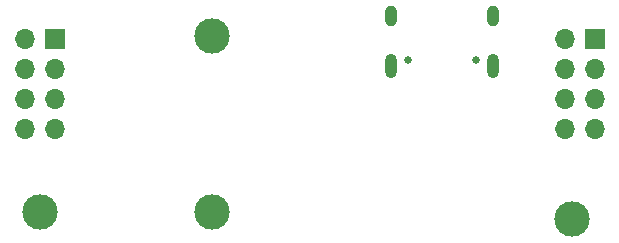
<source format=gbr>
%TF.GenerationSoftware,KiCad,Pcbnew,9.0.0*%
%TF.CreationDate,2025-03-06T17:29:06-05:00*%
%TF.ProjectId,USB-C-PD-Controller,5553422d-432d-4504-942d-436f6e74726f,rev?*%
%TF.SameCoordinates,Original*%
%TF.FileFunction,Soldermask,Bot*%
%TF.FilePolarity,Negative*%
%FSLAX46Y46*%
G04 Gerber Fmt 4.6, Leading zero omitted, Abs format (unit mm)*
G04 Created by KiCad (PCBNEW 9.0.0) date 2025-03-06 17:29:06*
%MOMM*%
%LPD*%
G01*
G04 APERTURE LIST*
%ADD10C,0.650000*%
%ADD11O,1.000000X2.100000*%
%ADD12O,1.000000X1.800000*%
%ADD13C,3.000000*%
%ADD14R,1.700000X1.700000*%
%ADD15O,1.700000X1.700000*%
G04 APERTURE END LIST*
D10*
%TO.C,J201*%
X148940000Y-110578500D03*
X143160000Y-110578500D03*
D11*
X150370000Y-111078500D03*
D12*
X150370000Y-106898500D03*
D11*
X141730000Y-111078500D03*
D12*
X141730000Y-106898500D03*
%TD*%
D13*
%TO.C,TP201*%
X126617000Y-123467500D03*
%TD*%
%TO.C,TP203*%
X112014000Y-123467500D03*
%TD*%
%TO.C,TP202*%
X126619000Y-108608500D03*
%TD*%
%TO.C,TP204*%
X157099000Y-124102500D03*
%TD*%
D14*
%TO.C,J1*%
X113284000Y-108862500D03*
D15*
X110744000Y-108862500D03*
X113284000Y-111402500D03*
X110744000Y-111402500D03*
X113284000Y-113942500D03*
X110744000Y-113942500D03*
X113284000Y-116482500D03*
X110744000Y-116482500D03*
%TD*%
D14*
%TO.C,J2*%
X159004000Y-108862500D03*
D15*
X156464000Y-108862500D03*
X159004000Y-111402500D03*
X156464000Y-111402500D03*
X159004000Y-113942500D03*
X156464000Y-113942500D03*
X159004000Y-116482500D03*
X156464000Y-116482500D03*
%TD*%
M02*

</source>
